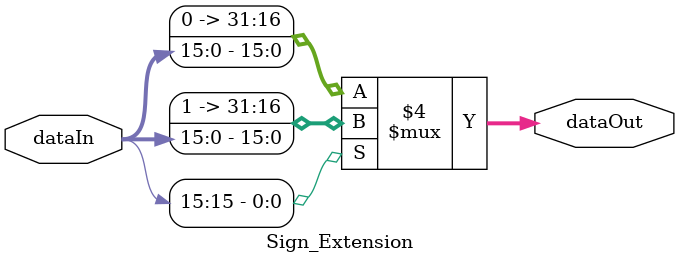
<source format=v>
module Sign_Extension ( dataIn, dataOut );
    input       [15:0]  dataIn;
    output  reg [31:0]  dataOut;
    
    initial dataOut = 0;

    always @ (dataIn)
    begin
        if ( dataIn[15] ) // a negative number
            dataOut = { 16'b1111111111111111, dataIn };
        else // a positive nubmer
            dataOut = { 16'b0000000000000000, dataIn };
    end
endmodule
</source>
